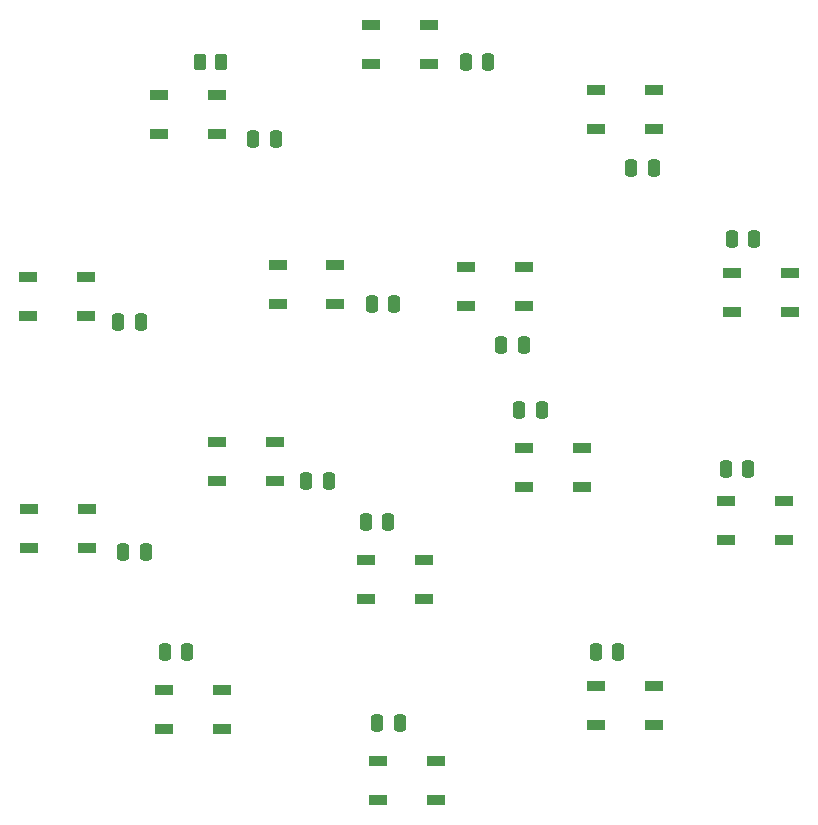
<source format=gbr>
%TF.GenerationSoftware,KiCad,Pcbnew,8.0.8*%
%TF.CreationDate,2025-04-01T18:22:34+02:00*%
%TF.ProjectId,Haibadge_B,48616962-6164-4676-955f-422e6b696361,rev?*%
%TF.SameCoordinates,Original*%
%TF.FileFunction,Paste,Top*%
%TF.FilePolarity,Positive*%
%FSLAX46Y46*%
G04 Gerber Fmt 4.6, Leading zero omitted, Abs format (unit mm)*
G04 Created by KiCad (PCBNEW 8.0.8) date 2025-04-01 18:22:34*
%MOMM*%
%LPD*%
G01*
G04 APERTURE LIST*
G04 Aperture macros list*
%AMRoundRect*
0 Rectangle with rounded corners*
0 $1 Rounding radius*
0 $2 $3 $4 $5 $6 $7 $8 $9 X,Y pos of 4 corners*
0 Add a 4 corners polygon primitive as box body*
4,1,4,$2,$3,$4,$5,$6,$7,$8,$9,$2,$3,0*
0 Add four circle primitives for the rounded corners*
1,1,$1+$1,$2,$3*
1,1,$1+$1,$4,$5*
1,1,$1+$1,$6,$7*
1,1,$1+$1,$8,$9*
0 Add four rect primitives between the rounded corners*
20,1,$1+$1,$2,$3,$4,$5,0*
20,1,$1+$1,$4,$5,$6,$7,0*
20,1,$1+$1,$6,$7,$8,$9,0*
20,1,$1+$1,$8,$9,$2,$3,0*%
G04 Aperture macros list end*
%ADD10RoundRect,0.250000X-0.250000X-0.475000X0.250000X-0.475000X0.250000X0.475000X-0.250000X0.475000X0*%
%ADD11RoundRect,0.250000X0.262500X0.450000X-0.262500X0.450000X-0.262500X-0.450000X0.262500X-0.450000X0*%
%ADD12R,1.500000X0.900000*%
%ADD13RoundRect,0.250000X0.250000X0.475000X-0.250000X0.475000X-0.250000X-0.475000X0.250000X-0.475000X0*%
G04 APERTURE END LIST*
D10*
%TO.C,C1*%
X127550000Y-116500000D03*
X129450000Y-116500000D03*
%TD*%
D11*
%TO.C,R1*%
X124825000Y-110000000D03*
X123000000Y-110000000D03*
%TD*%
D12*
%TO.C,D4*%
X168050000Y-127850000D03*
X168050000Y-131150000D03*
X172950000Y-131150000D03*
X172950000Y-127850000D03*
%TD*%
D10*
%TO.C,C9*%
X116550000Y-151500000D03*
X118450000Y-151500000D03*
%TD*%
D12*
%TO.C,D13*%
X150500000Y-142700000D03*
X150500000Y-146000000D03*
X155400000Y-146000000D03*
X155400000Y-142700000D03*
%TD*%
%TO.C,D8*%
X120000000Y-163200000D03*
X120000000Y-166500000D03*
X124900000Y-166500000D03*
X124900000Y-163200000D03*
%TD*%
D10*
%TO.C,C2*%
X145550000Y-110000000D03*
X147450000Y-110000000D03*
%TD*%
D12*
%TO.C,D2*%
X142450000Y-110150000D03*
X142450000Y-106850000D03*
X137550000Y-106850000D03*
X137550000Y-110150000D03*
%TD*%
%TO.C,D11*%
X134500000Y-130500000D03*
X134500000Y-127200000D03*
X129600000Y-127200000D03*
X129600000Y-130500000D03*
%TD*%
%TO.C,D12*%
X150450000Y-130650000D03*
X150450000Y-127350000D03*
X145550000Y-127350000D03*
X145550000Y-130650000D03*
%TD*%
%TO.C,D15*%
X129400000Y-145500000D03*
X129400000Y-142200000D03*
X124500000Y-142200000D03*
X124500000Y-145500000D03*
%TD*%
D10*
%TO.C,C7*%
X138050000Y-166000000D03*
X139950000Y-166000000D03*
%TD*%
%TO.C,C10*%
X116100000Y-132000000D03*
X118000000Y-132000000D03*
%TD*%
%TO.C,C11*%
X137600000Y-130500000D03*
X139500000Y-130500000D03*
%TD*%
D12*
%TO.C,D6*%
X156550000Y-162850000D03*
X156550000Y-166150000D03*
X161450000Y-166150000D03*
X161450000Y-162850000D03*
%TD*%
D10*
%TO.C,C13*%
X150050000Y-139500000D03*
X151950000Y-139500000D03*
%TD*%
%TO.C,C15*%
X132050000Y-145500000D03*
X133950000Y-145500000D03*
%TD*%
D12*
%TO.C,D14*%
X137100000Y-152200000D03*
X137100000Y-155500000D03*
X142000000Y-155500000D03*
X142000000Y-152200000D03*
%TD*%
D13*
%TO.C,C3*%
X161450000Y-119000000D03*
X159550000Y-119000000D03*
%TD*%
%TO.C,C12*%
X150450000Y-134000000D03*
X148550000Y-134000000D03*
%TD*%
D10*
%TO.C,C5*%
X167550000Y-144500000D03*
X169450000Y-144500000D03*
%TD*%
D12*
%TO.C,D7*%
X138100000Y-169200000D03*
X138100000Y-172500000D03*
X143000000Y-172500000D03*
X143000000Y-169200000D03*
%TD*%
D10*
%TO.C,C8*%
X120050000Y-160000000D03*
X121950000Y-160000000D03*
%TD*%
%TO.C,C4*%
X168050000Y-125000000D03*
X169950000Y-125000000D03*
%TD*%
D12*
%TO.C,D9*%
X113450000Y-151150000D03*
X113450000Y-147850000D03*
X108550000Y-147850000D03*
X108550000Y-151150000D03*
%TD*%
%TO.C,D3*%
X161450000Y-115650000D03*
X161450000Y-112350000D03*
X156550000Y-112350000D03*
X156550000Y-115650000D03*
%TD*%
%TO.C,D10*%
X113400000Y-131500000D03*
X113400000Y-128200000D03*
X108500000Y-128200000D03*
X108500000Y-131500000D03*
%TD*%
%TO.C,D5*%
X167600000Y-147200000D03*
X167600000Y-150500000D03*
X172500000Y-150500000D03*
X172500000Y-147200000D03*
%TD*%
D10*
%TO.C,C14*%
X137050000Y-149000000D03*
X138950000Y-149000000D03*
%TD*%
%TO.C,C6*%
X156550000Y-160000000D03*
X158450000Y-160000000D03*
%TD*%
D12*
%TO.C,D1*%
X124450000Y-116150000D03*
X124450000Y-112850000D03*
X119550000Y-112850000D03*
X119550000Y-116150000D03*
%TD*%
M02*

</source>
